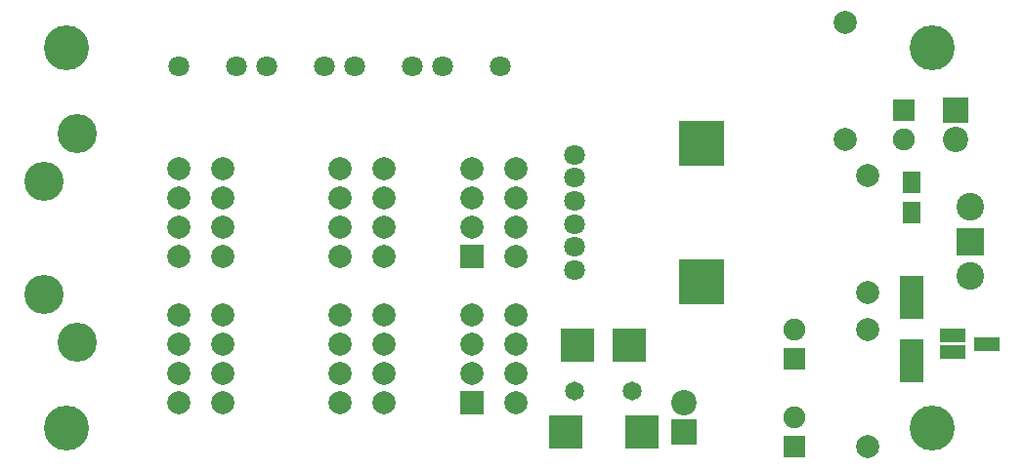
<source format=gts>
G04 #@! TF.FileFunction,Soldermask,Top*
%FSLAX46Y46*%
G04 Gerber Fmt 4.6, Leading zero omitted, Abs format (unit mm)*
G04 Created by KiCad (PCBNEW 4.0.6) date Mon Jun  5 15:03:05 2017*
%MOMM*%
%LPD*%
G01*
G04 APERTURE LIST*
%ADD10C,0.100000*%
%ADD11C,2.000000*%
%ADD12C,1.800000*%
%ADD13C,1.900000*%
%ADD14R,1.900000X1.900000*%
%ADD15R,2.099260X3.699460*%
%ADD16R,2.900000X2.900000*%
%ADD17C,1.650000*%
%ADD18R,2.200000X2.200000*%
%ADD19C,2.200000*%
%ADD20C,3.400000*%
%ADD21R,2.200860X1.200100*%
%ADD22R,1.598880X1.901140*%
%ADD23R,2.400000X2.400000*%
%ADD24C,2.400000*%
%ADD25R,2.000000X2.000000*%
%ADD26R,3.900000X3.900000*%
%ADD27C,3.900000*%
G04 APERTURE END LIST*
D10*
D11*
X152400000Y-85090000D03*
X152400000Y-82550000D03*
X152400000Y-80010000D03*
X152400000Y-77470000D03*
X152400000Y-97790000D03*
X152400000Y-95250000D03*
X152400000Y-92710000D03*
X152400000Y-90170000D03*
D12*
X123190000Y-68580000D03*
X128190000Y-68580000D03*
X130810000Y-68580000D03*
X135810000Y-68580000D03*
D11*
X123190000Y-82550000D03*
X123190000Y-85090000D03*
X123190000Y-77470000D03*
X123190000Y-80010000D03*
X123190000Y-95250000D03*
X123190000Y-97790000D03*
X123190000Y-90170000D03*
X123190000Y-92710000D03*
D12*
X146050000Y-68580000D03*
X151050000Y-68580000D03*
X138430000Y-68580000D03*
X143430000Y-68580000D03*
D13*
X176530000Y-99060000D03*
D14*
X176530000Y-101600000D03*
D13*
X176530000Y-91440000D03*
D14*
X176530000Y-93980000D03*
D15*
X186690000Y-88689180D03*
X186690000Y-94190820D03*
D13*
X186055000Y-74930000D03*
D14*
X186055000Y-72390000D03*
D16*
X157770000Y-92830000D03*
X162270000Y-92830000D03*
D17*
X157520000Y-96830000D03*
X162520000Y-96830000D03*
D16*
X163320000Y-100330000D03*
X156720000Y-100330000D03*
D18*
X190500000Y-72390000D03*
D19*
X190500000Y-74930000D03*
D20*
X111543116Y-78580646D03*
X114456884Y-74419354D03*
X114456884Y-92580646D03*
X111543116Y-88419354D03*
D21*
X190268860Y-92008960D03*
X190268860Y-93411040D03*
X193271140Y-92710000D03*
D11*
X127000000Y-82550000D03*
X137160000Y-82550000D03*
X137160000Y-77470000D03*
X127000000Y-77470000D03*
X127000000Y-85090000D03*
X137160000Y-85090000D03*
X137160000Y-80010000D03*
X127000000Y-80010000D03*
X127000000Y-95250000D03*
X137160000Y-95250000D03*
X127000000Y-92710000D03*
X137160000Y-92710000D03*
X127000000Y-97790000D03*
X137160000Y-97790000D03*
X127000000Y-90170000D03*
X137160000Y-90170000D03*
D22*
X186690000Y-81310480D03*
X186690000Y-78709520D03*
D11*
X180975000Y-74930000D03*
X180975000Y-64770000D03*
X182880000Y-101600000D03*
X182880000Y-91440000D03*
X182880000Y-88265000D03*
X182880000Y-78105000D03*
D23*
X191770000Y-83820000D03*
D24*
X191770000Y-86820000D03*
X191770000Y-80820000D03*
D25*
X148590000Y-85090000D03*
D11*
X148590000Y-82550000D03*
X148590000Y-80010000D03*
X148590000Y-77470000D03*
X140970000Y-77470000D03*
X140970000Y-80010000D03*
X140970000Y-82550000D03*
X140970000Y-85090000D03*
D25*
X148590000Y-97790000D03*
D11*
X148590000Y-95250000D03*
X148590000Y-92710000D03*
X148590000Y-90170000D03*
X140970000Y-90170000D03*
X140970000Y-92710000D03*
X140970000Y-95250000D03*
X140970000Y-97790000D03*
D26*
X168480000Y-75280000D03*
D12*
X157480000Y-82280000D03*
X157480000Y-80280000D03*
X157480000Y-84280000D03*
X157480000Y-78280000D03*
X157480000Y-76280000D03*
X157480000Y-86280000D03*
D26*
X168480000Y-87280000D03*
D18*
X167005000Y-100330000D03*
D19*
X167005000Y-97790000D03*
D27*
X188500000Y-67000000D03*
X113500000Y-67000000D03*
X113500000Y-100000000D03*
X188500000Y-100000000D03*
M02*

</source>
